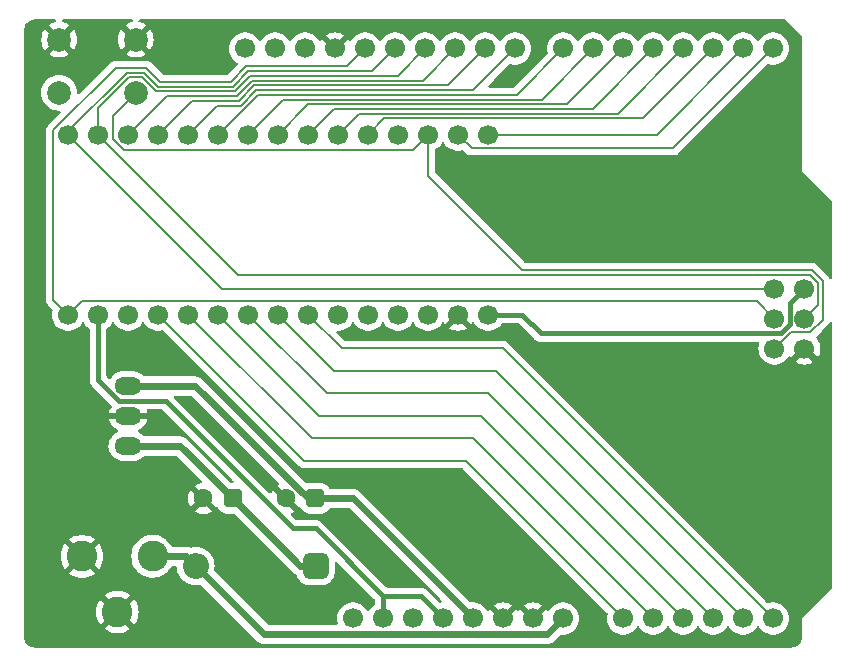
<source format=gbr>
%TF.GenerationSoftware,KiCad,Pcbnew,7.0.1*%
%TF.CreationDate,2023-12-31T00:25:30-05:00*%
%TF.ProjectId,Nano2UNO-Adapter-3V3,4e616e6f-3255-44e4-9f2d-416461707465,1.0.1*%
%TF.SameCoordinates,PX6486dd0PY8062360*%
%TF.FileFunction,Copper,L2,Bot*%
%TF.FilePolarity,Positive*%
%FSLAX46Y46*%
G04 Gerber Fmt 4.6, Leading zero omitted, Abs format (unit mm)*
G04 Created by KiCad (PCBNEW 7.0.1) date 2023-12-31 00:25:30*
%MOMM*%
%LPD*%
G01*
G04 APERTURE LIST*
G04 Aperture macros list*
%AMRoundRect*
0 Rectangle with rounded corners*
0 $1 Rounding radius*
0 $2 $3 $4 $5 $6 $7 $8 $9 X,Y pos of 4 corners*
0 Add a 4 corners polygon primitive as box body*
4,1,4,$2,$3,$4,$5,$6,$7,$8,$9,$2,$3,0*
0 Add four circle primitives for the rounded corners*
1,1,$1+$1,$2,$3*
1,1,$1+$1,$4,$5*
1,1,$1+$1,$6,$7*
1,1,$1+$1,$8,$9*
0 Add four rect primitives between the rounded corners*
20,1,$1+$1,$2,$3,$4,$5,0*
20,1,$1+$1,$4,$5,$6,$7,0*
20,1,$1+$1,$6,$7,$8,$9,0*
20,1,$1+$1,$8,$9,$2,$3,0*%
G04 Aperture macros list end*
%TA.AperFunction,ComponentPad*%
%ADD10C,1.700000*%
%TD*%
%TA.AperFunction,ComponentPad*%
%ADD11RoundRect,0.550000X0.550000X0.550000X-0.550000X0.550000X-0.550000X-0.550000X0.550000X-0.550000X0*%
%TD*%
%TA.AperFunction,ComponentPad*%
%ADD12O,2.200000X2.200000*%
%TD*%
%TA.AperFunction,ComponentPad*%
%ADD13RoundRect,0.400000X0.400000X0.400000X-0.400000X0.400000X-0.400000X-0.400000X0.400000X-0.400000X0*%
%TD*%
%TA.AperFunction,ComponentPad*%
%ADD14C,1.600000*%
%TD*%
%TA.AperFunction,ComponentPad*%
%ADD15C,2.600000*%
%TD*%
%TA.AperFunction,ComponentPad*%
%ADD16O,2.300000X1.500000*%
%TD*%
%TA.AperFunction,ComponentPad*%
%ADD17C,2.000000*%
%TD*%
%TA.AperFunction,Conductor*%
%ADD18C,0.200000*%
%TD*%
%TA.AperFunction,Conductor*%
%ADD19C,0.400000*%
%TD*%
%TA.AperFunction,Conductor*%
%ADD20C,0.600000*%
%TD*%
G04 APERTURE END LIST*
D10*
%TO.P,J3,1,BOOT*%
%TO.N,/~{BOOT}*%
X27940000Y2540000D03*
%TO.P,J3,2,IOREF*%
%TO.N,+3V3*%
X30480000Y2540000D03*
%TO.P,J3,3,RESET*%
%TO.N,/~{RESET}*%
X33020000Y2540000D03*
%TO.P,J3,4,3.3V*%
%TO.N,+3V3*%
X35560000Y2540000D03*
%TO.P,J3,5,5V*%
%TO.N,+5V*%
X38100000Y2540000D03*
%TO.P,J3,6,GND*%
%TO.N,GND*%
X40640000Y2540000D03*
%TO.P,J3,7,GND*%
X43180000Y2540000D03*
%TO.P,J3,8,VIN*%
%TO.N,/VIN*%
X45720000Y2540000D03*
%TD*%
%TO.P,J4,1,A0*%
%TO.N,/A0*%
X50800000Y2540000D03*
%TO.P,J4,2,A1*%
%TO.N,/A1*%
X53340000Y2540000D03*
%TO.P,J4,3,A2*%
%TO.N,/A2*%
X55880000Y2540000D03*
%TO.P,J4,4,A3*%
%TO.N,/A3*%
X58420000Y2540000D03*
%TO.P,J4,5,A4*%
%TO.N,/A4{slash}SDA*%
X60960000Y2540000D03*
%TO.P,J4,6,A5*%
%TO.N,/A5{slash}SCL*%
X63500000Y2540000D03*
%TD*%
%TO.P,J2,1,8*%
%TO.N,/D8*%
X41656000Y50800000D03*
%TO.P,J2,2,9*%
%TO.N,/D9*%
X39116000Y50800000D03*
%TO.P,J2,3,10*%
%TO.N,/D10*%
X36576000Y50800000D03*
%TO.P,J2,4,11*%
%TO.N,/D11{slash}COPI*%
X34036000Y50800000D03*
%TO.P,J2,5,12*%
%TO.N,/D12{slash}CIPO*%
X31496000Y50800000D03*
%TO.P,J2,6,13*%
%TO.N,/D13{slash}SCK*%
X28956000Y50800000D03*
%TO.P,J2,7,GND*%
%TO.N,GND*%
X26416000Y50800000D03*
%TO.P,J2,8,AREF*%
%TO.N,/AREF*%
X23876000Y50800000D03*
%TO.P,J2,9,SDA*%
%TO.N,/A4{slash}SDA*%
X21336000Y50800000D03*
%TO.P,J2,10,SCL*%
%TO.N,/A5{slash}SCL*%
X18796000Y50800000D03*
%TD*%
%TO.P,J1,1,RX\u21900*%
%TO.N,/D0{slash}RX*%
X63500000Y50800000D03*
%TO.P,J1,2,TX\u21921*%
%TO.N,/D1{slash}TX*%
X60960000Y50800000D03*
%TO.P,J1,3,2*%
%TO.N,/D2*%
X58420000Y50800000D03*
%TO.P,J1,4,3*%
%TO.N,/D3*%
X55880000Y50800000D03*
%TO.P,J1,5,4*%
%TO.N,/D4*%
X53340000Y50800000D03*
%TO.P,J1,6,5*%
%TO.N,/D5*%
X50800000Y50800000D03*
%TO.P,J1,7,6*%
%TO.N,/D6*%
X48260000Y50800000D03*
%TO.P,J1,8,7*%
%TO.N,/D7*%
X45720000Y50800000D03*
%TD*%
D11*
%TO.P,D1,1,K*%
%TO.N,Net-(D1-K)*%
X24765000Y6985000D03*
D12*
%TO.P,D1,2,A*%
%TO.N,/VIN*%
X14605000Y6985000D03*
%TD*%
D13*
%TO.P,C2,1*%
%TO.N,+5V*%
X24745000Y12700000D03*
D14*
%TO.P,C2,2*%
%TO.N,GND*%
X22245000Y12700000D03*
%TD*%
D13*
%TO.P,C1,1*%
%TO.N,Net-(D1-K)*%
X17760000Y12700000D03*
D14*
%TO.P,C1,2*%
%TO.N,GND*%
X15260000Y12700000D03*
%TD*%
D10*
%TO.P,J7,1,MISO*%
%TO.N,/D12{slash}CIPO*%
X63622000Y30465000D03*
%TO.P,J7,2,VCC*%
%TO.N,+5V*%
X66162000Y30465000D03*
%TO.P,J7,3,SCK*%
%TO.N,/D13{slash}SCK*%
X63622000Y27925000D03*
%TO.P,J7,4,MOSI*%
%TO.N,/D11{slash}COPI*%
X66162000Y27925000D03*
%TO.P,J7,5,~{RST}*%
%TO.N,/~{RESET}*%
X63622000Y25385000D03*
%TO.P,J7,6,GND*%
%TO.N,GND*%
X66162000Y25385000D03*
%TD*%
D15*
%TO.P,J8,1*%
%TO.N,/VIN*%
X10984000Y7802000D03*
%TO.P,J8,2*%
%TO.N,GND*%
X4984000Y7802000D03*
%TO.P,J8,3*%
X7984000Y3102000D03*
%TD*%
D10*
%TO.P,J5,1,TX1*%
%TO.N,/D1{slash}TX*%
X39370000Y43500000D03*
%TO.P,J5,2,RX0*%
%TO.N,/D0{slash}RX*%
X36830000Y43500000D03*
%TO.P,J5,3,RST*%
%TO.N,/~{RESET}*%
X34290000Y43500000D03*
%TO.P,J5,4,GND*%
%TO.N,GND*%
X31750000Y43500000D03*
%TO.P,J5,5,D2*%
%TO.N,/D2*%
X29210000Y43500000D03*
%TO.P,J5,6,D3*%
%TO.N,/D3*%
X26670000Y43500000D03*
%TO.P,J5,7,D4*%
%TO.N,/D4*%
X24130000Y43500000D03*
%TO.P,J5,8,D5*%
%TO.N,/D5*%
X21590000Y43500000D03*
%TO.P,J5,9,D6*%
%TO.N,/D6*%
X19050000Y43500000D03*
%TO.P,J5,10,D7*%
%TO.N,/D7*%
X16510000Y43500000D03*
%TO.P,J5,11,D8*%
%TO.N,/D8*%
X13970000Y43500000D03*
%TO.P,J5,12,D9*%
%TO.N,/D9*%
X11430000Y43500000D03*
%TO.P,J5,13,D10*%
%TO.N,/D10*%
X8890000Y43500000D03*
%TO.P,J5,14,D11*%
%TO.N,/D11{slash}COPI*%
X6350000Y43500000D03*
%TO.P,J5,15,D12*%
%TO.N,/D12{slash}CIPO*%
X3810000Y43500000D03*
%TD*%
%TO.P,J6,1,D13*%
%TO.N,/D13{slash}SCK*%
X3810000Y28260000D03*
%TO.P,J6,2,3.3V*%
%TO.N,+3V3*%
X6350000Y28260000D03*
%TO.P,J6,3,AREF*%
%TO.N,/AREF*%
X8890000Y28260000D03*
%TO.P,J6,4,A0*%
%TO.N,/A0*%
X11430000Y28260000D03*
%TO.P,J6,5,A1*%
%TO.N,/A1*%
X13970000Y28260000D03*
%TO.P,J6,6,A2*%
%TO.N,/A2*%
X16510000Y28260000D03*
%TO.P,J6,7,A3*%
%TO.N,/A3*%
X19050000Y28260000D03*
%TO.P,J6,8,A4*%
%TO.N,/A4{slash}SDA*%
X21590000Y28260000D03*
%TO.P,J6,9,A5*%
%TO.N,/A5{slash}SCL*%
X24130000Y28260000D03*
%TO.P,J6,10,A6*%
%TO.N,unconnected-(J6-A6-Pad10)*%
X26670000Y28260000D03*
%TO.P,J6,11,A7*%
%TO.N,unconnected-(J6-A7-Pad11)*%
X29210000Y28260000D03*
%TO.P,J6,12,VBUS*%
%TO.N,unconnected-(J6-VBUS-Pad12)*%
X31750000Y28260000D03*
%TO.P,J6,13,RESET*%
%TO.N,/~{BOOT}*%
X34290000Y28260000D03*
%TO.P,J6,14,GND*%
%TO.N,GND*%
X36830000Y28260000D03*
%TO.P,J6,15,VIN*%
%TO.N,+5V*%
X39370000Y28260000D03*
%TD*%
D16*
%TO.P,U1,1,IN*%
%TO.N,Net-(D1-K)*%
X8890000Y17145000D03*
%TO.P,U1,2,GND*%
%TO.N,GND*%
X8890000Y19685000D03*
%TO.P,U1,3,OUT*%
%TO.N,+5V*%
X8890000Y22225000D03*
%TD*%
D17*
%TO.P,SW1,1,1*%
%TO.N,GND*%
X3050000Y51550000D03*
X9550000Y51550000D03*
%TO.P,SW1,2,2*%
%TO.N,/~{RESET}*%
X3050000Y47050000D03*
X9550000Y47050000D03*
%TD*%
D18*
%TO.N,/D1{slash}TX*%
X39370000Y43500000D02*
X53660000Y43500000D01*
X53660000Y43500000D02*
X60960000Y50800000D01*
D19*
%TO.N,+5V*%
X42225000Y28260000D02*
X39370000Y28260000D01*
D20*
X8890000Y22225000D02*
X14585000Y22225000D01*
X14585000Y22225000D02*
X24110000Y12700000D01*
D19*
X66162000Y30465000D02*
X64912000Y29215000D01*
X64912000Y29215000D02*
X64912000Y27447233D01*
D20*
X24110000Y12700000D02*
X24745000Y12700000D01*
D19*
X43815000Y26670000D02*
X42225000Y28260000D01*
X64912000Y27447233D02*
X64134767Y26670000D01*
D20*
X27940000Y12700000D02*
X24745000Y12700000D01*
D19*
X64134767Y26670000D02*
X43815000Y26670000D01*
D20*
X38100000Y2540000D02*
X27940000Y12700000D01*
D18*
%TO.N,/D0{slash}RX*%
X36830000Y43500000D02*
X37980000Y42350000D01*
X55050000Y42350000D02*
X63500000Y50800000D01*
X37980000Y42350000D02*
X55050000Y42350000D01*
%TO.N,/A0*%
X37465000Y15875000D02*
X23815000Y15875000D01*
X50800000Y2540000D02*
X37465000Y15875000D01*
X23815000Y15875000D02*
X11430000Y28260000D01*
%TO.N,/A1*%
X38100000Y17780000D02*
X24450000Y17780000D01*
X24450000Y17780000D02*
X13970000Y28260000D01*
X53340000Y2540000D02*
X38100000Y17780000D01*
%TO.N,/A2*%
X25085000Y19685000D02*
X16510000Y28260000D01*
X38735000Y19685000D02*
X25085000Y19685000D01*
X55880000Y2540000D02*
X38735000Y19685000D01*
%TO.N,/A3*%
X39370000Y21590000D02*
X25720000Y21590000D01*
X58420000Y2540000D02*
X39370000Y21590000D01*
X25720000Y21590000D02*
X19050000Y28260000D01*
%TO.N,/D2*%
X52496000Y44876000D02*
X30586000Y44876000D01*
X30586000Y44876000D02*
X29210000Y43500000D01*
X58420000Y50800000D02*
X52496000Y44876000D01*
%TO.N,/D3*%
X50356000Y45276000D02*
X28446000Y45276000D01*
X28446000Y45276000D02*
X26670000Y43500000D01*
X55880000Y50800000D02*
X50356000Y45276000D01*
%TO.N,/D4*%
X26306000Y45676000D02*
X24130000Y43500000D01*
X48216000Y45676000D02*
X26306000Y45676000D01*
X53340000Y50800000D02*
X48216000Y45676000D01*
%TO.N,/D5*%
X24166000Y46076000D02*
X21590000Y43500000D01*
X46076000Y46076000D02*
X24166000Y46076000D01*
X50800000Y50800000D02*
X46076000Y46076000D01*
%TO.N,/D6*%
X48260000Y50800000D02*
X43936000Y46476000D01*
X22026000Y46476000D02*
X19050000Y43500000D01*
X43936000Y46476000D02*
X22026000Y46476000D01*
%TO.N,/D7*%
X45720000Y50800000D02*
X41796000Y46876000D01*
X19886000Y46876000D02*
X16510000Y43500000D01*
X41796000Y46876000D02*
X19886000Y46876000D01*
%TO.N,/D8*%
X41656000Y50800000D02*
X38132000Y47276000D01*
X16437800Y45967800D02*
X13970000Y43500000D01*
X19720311Y47276000D02*
X18412111Y45967800D01*
X18412111Y45967800D02*
X16437800Y45967800D01*
X38132000Y47276000D02*
X19720311Y47276000D01*
%TO.N,/D9*%
X19554626Y47676000D02*
X18246426Y46367800D01*
X35992000Y47676000D02*
X19554626Y47676000D01*
X39116000Y50800000D02*
X35992000Y47676000D01*
X14297800Y46367800D02*
X11430000Y43500000D01*
X18246426Y46367800D02*
X14297800Y46367800D01*
%TO.N,/D10*%
X19388941Y48076000D02*
X18080741Y46767800D01*
X12157800Y46767800D02*
X8890000Y43500000D01*
X36576000Y50800000D02*
X33852000Y48076000D01*
X18080741Y46767800D02*
X12157800Y46767800D01*
X33852000Y48076000D02*
X19388941Y48076000D01*
%TO.N,/D11{slash}COPI*%
X19223256Y48476000D02*
X17915056Y47167800D01*
X11270678Y47167800D02*
X10076878Y48361600D01*
X66638346Y31615000D02*
X18235000Y31615000D01*
X67312000Y29075000D02*
X67312000Y30941346D01*
X18235000Y31615000D02*
X6350000Y43500000D01*
X17915056Y47167800D02*
X11270678Y47167800D01*
X6350000Y45770800D02*
X6350000Y43500000D01*
X34036000Y50800000D02*
X31712000Y48476000D01*
X31712000Y48476000D02*
X19223256Y48476000D01*
X10076878Y48361600D02*
X8940800Y48361600D01*
X66162000Y27925000D02*
X67312000Y29075000D01*
X8940800Y48361600D02*
X6350000Y45770800D01*
X67312000Y30941346D02*
X66638346Y31615000D01*
%TO.N,/D12{slash}CIPO*%
X29572000Y48876000D02*
X19057570Y48876000D01*
X19057570Y48876000D02*
X17749370Y47567800D01*
X3810000Y43796486D02*
X3810000Y43500000D01*
X16845000Y30465000D02*
X3810000Y43500000D01*
X10242563Y48761600D02*
X8775114Y48761600D01*
X17749370Y47567800D02*
X11436363Y47567800D01*
X11436363Y47567800D02*
X10242563Y48761600D01*
X8775114Y48761600D02*
X3810000Y43796486D01*
X63622000Y30465000D02*
X16845000Y30465000D01*
X31496000Y50800000D02*
X29572000Y48876000D01*
%TO.N,/D13{slash}SCK*%
X18891884Y49276000D02*
X17583684Y47967800D01*
X2540000Y43856346D02*
X2540000Y29530000D01*
X11602048Y47967800D02*
X10408248Y49161600D01*
X27432000Y49276000D02*
X18891884Y49276000D01*
X17583684Y47967800D02*
X11602048Y47967800D01*
X62137000Y29410000D02*
X63622000Y27925000D01*
X4960000Y29410000D02*
X62137000Y29410000D01*
X10408248Y49161600D02*
X7845254Y49161600D01*
X28956000Y50800000D02*
X27432000Y49276000D01*
X7845254Y49161600D02*
X2540000Y43856346D01*
X2540000Y29530000D02*
X3810000Y28260000D01*
X3810000Y28260000D02*
X4960000Y29410000D01*
%TO.N,/A4{slash}SDA*%
X26355000Y23495000D02*
X21590000Y28260000D01*
X60960000Y2540000D02*
X40005000Y23495000D01*
X40005000Y23495000D02*
X26355000Y23495000D01*
%TO.N,/A5{slash}SCL*%
X63500000Y2540000D02*
X40640000Y25400000D01*
X26990000Y25400000D02*
X24130000Y28260000D01*
X40640000Y25400000D02*
X26990000Y25400000D01*
D19*
%TO.N,+3V3*%
X30480000Y4445000D02*
X30480000Y2540000D01*
X6350000Y22738654D02*
X8133654Y20955000D01*
X24765000Y10160000D02*
X30480000Y4445000D01*
X30480000Y4445000D02*
X33655000Y4445000D01*
X12065000Y20955000D02*
X22860000Y10160000D01*
X33655000Y4445000D02*
X35560000Y2540000D01*
X6350000Y28260000D02*
X6350000Y22738654D01*
X22860000Y10160000D02*
X24765000Y10160000D01*
X8133654Y20955000D02*
X12065000Y20955000D01*
D18*
%TO.N,/~{RESET}*%
X34290000Y40005000D02*
X42280000Y32015000D01*
X66804032Y32015000D02*
X67712000Y31107032D01*
X33030200Y42240200D02*
X34290000Y43500000D01*
X67712000Y31107032D02*
X67712000Y27834000D01*
X7620000Y43143654D02*
X8523454Y42240200D01*
X66653000Y26775000D02*
X65012000Y26775000D01*
X7620000Y45120000D02*
X7620000Y43143654D01*
X8523454Y42240200D02*
X33030200Y42240200D01*
X67712000Y27834000D02*
X66653000Y26775000D01*
X42280000Y32015000D02*
X66804032Y32015000D01*
X34290000Y43500000D02*
X34290000Y40005000D01*
X65012000Y26775000D02*
X63622000Y25385000D01*
X9550000Y47050000D02*
X7620000Y45120000D01*
D20*
%TO.N,Net-(D1-K)*%
X13315000Y17145000D02*
X17760000Y12700000D01*
X23475000Y6985000D02*
X24765000Y6985000D01*
X17760000Y12700000D02*
X23475000Y6985000D01*
X8890000Y17145000D02*
X13315000Y17145000D01*
%TO.N,/VIN*%
X20400000Y1190000D02*
X14605000Y6985000D01*
X10984000Y7802000D02*
X13788000Y7802000D01*
X45720000Y2540000D02*
X44370000Y1190000D01*
X44370000Y1190000D02*
X20400000Y1190000D01*
X13788000Y7802000D02*
X14605000Y6985000D01*
%TD*%
%TA.AperFunction,Conductor*%
%TO.N,GND*%
G36*
X2773693Y53249555D02*
G01*
X2818484Y53208321D01*
X2838251Y53150740D01*
X2828231Y53090690D01*
X2790837Y53042646D01*
X2735084Y53018191D01*
X2680507Y53009084D01*
X2445393Y52928369D01*
X2226764Y52810054D01*
X2179942Y52773612D01*
X2179942Y52773610D01*
X3050000Y51903553D01*
X3050001Y51903553D01*
X3920057Y52773610D01*
X3920056Y52773612D01*
X3873235Y52810053D01*
X3654606Y52928369D01*
X3419492Y53009084D01*
X3364916Y53018191D01*
X3309163Y53042646D01*
X3271769Y53090690D01*
X3261749Y53150740D01*
X3281516Y53208321D01*
X3326307Y53249555D01*
X3385325Y53264500D01*
X9214675Y53264500D01*
X9273693Y53249555D01*
X9318484Y53208321D01*
X9338251Y53150740D01*
X9328231Y53090690D01*
X9290837Y53042646D01*
X9235084Y53018191D01*
X9180507Y53009084D01*
X8945393Y52928369D01*
X8726764Y52810054D01*
X8679942Y52773612D01*
X8679942Y52773610D01*
X9550000Y51903553D01*
X9550001Y51903553D01*
X10420057Y52773610D01*
X10420056Y52773612D01*
X10373235Y52810053D01*
X10154606Y52928369D01*
X9919492Y53009084D01*
X9864916Y53018191D01*
X9809163Y53042646D01*
X9771769Y53090690D01*
X9761749Y53150740D01*
X9781516Y53208321D01*
X9826307Y53249555D01*
X9885325Y53264500D01*
X64433365Y53264500D01*
X64480818Y53255061D01*
X64521046Y53228181D01*
X65928181Y51821046D01*
X65955061Y51780818D01*
X65964500Y51733365D01*
X65964500Y40430985D01*
X65961962Y40411713D01*
X65964028Y40388104D01*
X65964500Y40377297D01*
X65964500Y40364884D01*
X65967075Y40353267D01*
X65967182Y40352044D01*
X65971651Y40342459D01*
X65978451Y40334356D01*
X65978452Y40334355D01*
X65979500Y40333750D01*
X66005185Y40314042D01*
X68468181Y37851046D01*
X68495061Y37810818D01*
X68504500Y37763365D01*
X68504500Y31407246D01*
X68486227Y31342456D01*
X68436795Y31296761D01*
X68370771Y31283628D01*
X68307614Y31306928D01*
X68265939Y31359794D01*
X68243524Y31413908D01*
X68170478Y31509103D01*
X68170474Y31509107D01*
X68145987Y31541019D01*
X68120512Y31560567D01*
X68108326Y31571255D01*
X67268257Y32411324D01*
X67257563Y32423518D01*
X67238021Y32448985D01*
X67238019Y32448986D01*
X67238019Y32448987D01*
X67212551Y32468530D01*
X67110908Y32546524D01*
X66962883Y32607838D01*
X66943488Y32610392D01*
X66930927Y32612046D01*
X66835865Y32624561D01*
X66835852Y32624561D01*
X66804032Y32628751D01*
X66772212Y32624561D01*
X66756027Y32623500D01*
X42583411Y32623500D01*
X42535958Y32632939D01*
X42495730Y32659819D01*
X34934819Y40220730D01*
X34907939Y40260958D01*
X34898500Y40308411D01*
X34898500Y42210741D01*
X34915977Y42274214D01*
X34963482Y42319795D01*
X34998360Y42338671D01*
X35035576Y42358811D01*
X35213240Y42497094D01*
X35365722Y42662732D01*
X35456190Y42801205D01*
X35500982Y42842439D01*
X35560000Y42857384D01*
X35619018Y42842439D01*
X35663809Y42801205D01*
X35754278Y42662732D01*
X35906760Y42497094D01*
X36084424Y42358811D01*
X36282426Y42251658D01*
X36495365Y42178556D01*
X36717431Y42141500D01*
X36942569Y42141500D01*
X37164635Y42178556D01*
X37185412Y42185690D01*
X37253625Y42189220D01*
X37313360Y42156091D01*
X37515777Y41953674D01*
X37526472Y41941479D01*
X37546013Y41916012D01*
X37577925Y41891525D01*
X37577928Y41891523D01*
X37577929Y41891522D01*
X37673124Y41818476D01*
X37821149Y41757162D01*
X37980000Y41736249D01*
X38011828Y41740439D01*
X38028013Y41741500D01*
X55001995Y41741500D01*
X55018179Y41740440D01*
X55050000Y41736250D01*
X55081821Y41740440D01*
X55081833Y41740440D01*
X55089884Y41741500D01*
X55089885Y41741500D01*
X55189456Y41754609D01*
X55208851Y41757162D01*
X55356876Y41818476D01*
X55452072Y41891523D01*
X55452072Y41891524D01*
X55468366Y41904026D01*
X55468368Y41904029D01*
X55483987Y41916013D01*
X55503536Y41941491D01*
X55514216Y41953669D01*
X63016640Y49456093D01*
X63076371Y49489219D01*
X63144584Y49485691D01*
X63148051Y49484500D01*
X63165364Y49478556D01*
X63387431Y49441500D01*
X63612569Y49441500D01*
X63834635Y49478556D01*
X64047574Y49551658D01*
X64245576Y49658811D01*
X64423240Y49797094D01*
X64575722Y49962732D01*
X64698860Y50151209D01*
X64789296Y50357384D01*
X64844564Y50575632D01*
X64863156Y50800000D01*
X64844564Y51024368D01*
X64789296Y51242616D01*
X64698860Y51448791D01*
X64575722Y51637268D01*
X64423240Y51802906D01*
X64245576Y51941189D01*
X64047574Y52048342D01*
X64047573Y52048343D01*
X64047572Y52048343D01*
X63834636Y52121444D01*
X63612569Y52158500D01*
X63387431Y52158500D01*
X63165363Y52121444D01*
X62952427Y52048343D01*
X62754424Y51941189D01*
X62576760Y51802906D01*
X62424279Y51637270D01*
X62333809Y51498795D01*
X62289017Y51457562D01*
X62230000Y51442617D01*
X62170983Y51457562D01*
X62126191Y51498795D01*
X62106043Y51529633D01*
X62035722Y51637268D01*
X61883240Y51802906D01*
X61705576Y51941189D01*
X61507574Y52048342D01*
X61507573Y52048343D01*
X61507572Y52048343D01*
X61294636Y52121444D01*
X61072569Y52158500D01*
X60847431Y52158500D01*
X60625363Y52121444D01*
X60412427Y52048343D01*
X60214424Y51941189D01*
X60036760Y51802906D01*
X59884279Y51637270D01*
X59793809Y51498795D01*
X59749017Y51457562D01*
X59690000Y51442617D01*
X59630983Y51457562D01*
X59586191Y51498795D01*
X59566043Y51529633D01*
X59495722Y51637268D01*
X59343240Y51802906D01*
X59165576Y51941189D01*
X58967574Y52048342D01*
X58967573Y52048343D01*
X58967572Y52048343D01*
X58754636Y52121444D01*
X58532569Y52158500D01*
X58307431Y52158500D01*
X58085363Y52121444D01*
X57872427Y52048343D01*
X57674424Y51941189D01*
X57496760Y51802906D01*
X57344279Y51637270D01*
X57253809Y51498795D01*
X57209017Y51457562D01*
X57150000Y51442617D01*
X57090983Y51457562D01*
X57046191Y51498795D01*
X57026043Y51529633D01*
X56955722Y51637268D01*
X56803240Y51802906D01*
X56625576Y51941189D01*
X56427574Y52048342D01*
X56427573Y52048343D01*
X56427572Y52048343D01*
X56214636Y52121444D01*
X55992569Y52158500D01*
X55767431Y52158500D01*
X55545363Y52121444D01*
X55332427Y52048343D01*
X55134424Y51941189D01*
X54956760Y51802906D01*
X54804279Y51637270D01*
X54713809Y51498795D01*
X54669017Y51457562D01*
X54610000Y51442617D01*
X54550983Y51457562D01*
X54506191Y51498795D01*
X54486043Y51529633D01*
X54415722Y51637268D01*
X54263240Y51802906D01*
X54085576Y51941189D01*
X53887574Y52048342D01*
X53887573Y52048343D01*
X53887572Y52048343D01*
X53674636Y52121444D01*
X53452569Y52158500D01*
X53227431Y52158500D01*
X53005363Y52121444D01*
X52792427Y52048343D01*
X52594424Y51941189D01*
X52416760Y51802906D01*
X52264279Y51637270D01*
X52173809Y51498795D01*
X52129017Y51457562D01*
X52070000Y51442617D01*
X52010983Y51457562D01*
X51966191Y51498795D01*
X51946043Y51529633D01*
X51875722Y51637268D01*
X51723240Y51802906D01*
X51545576Y51941189D01*
X51347574Y52048342D01*
X51347573Y52048343D01*
X51347572Y52048343D01*
X51134636Y52121444D01*
X50912569Y52158500D01*
X50687431Y52158500D01*
X50465363Y52121444D01*
X50252427Y52048343D01*
X50054424Y51941189D01*
X49876760Y51802906D01*
X49724279Y51637270D01*
X49633809Y51498795D01*
X49589017Y51457562D01*
X49530000Y51442617D01*
X49470983Y51457562D01*
X49426191Y51498795D01*
X49406043Y51529633D01*
X49335722Y51637268D01*
X49183240Y51802906D01*
X49005576Y51941189D01*
X48807574Y52048342D01*
X48807573Y52048343D01*
X48807572Y52048343D01*
X48594636Y52121444D01*
X48372569Y52158500D01*
X48147431Y52158500D01*
X47925363Y52121444D01*
X47712427Y52048343D01*
X47514424Y51941189D01*
X47336760Y51802906D01*
X47184279Y51637270D01*
X47093809Y51498795D01*
X47049017Y51457562D01*
X46990000Y51442617D01*
X46930983Y51457562D01*
X46886191Y51498795D01*
X46866043Y51529633D01*
X46795722Y51637268D01*
X46643240Y51802906D01*
X46465576Y51941189D01*
X46267574Y52048342D01*
X46267573Y52048343D01*
X46267572Y52048343D01*
X46054636Y52121444D01*
X45832569Y52158500D01*
X45607431Y52158500D01*
X45385363Y52121444D01*
X45172427Y52048343D01*
X44974424Y51941189D01*
X44796760Y51802906D01*
X44644279Y51637270D01*
X44521138Y51448789D01*
X44450000Y51286607D01*
X44430704Y51242616D01*
X44408150Y51153553D01*
X44375435Y51024364D01*
X44356843Y50800001D01*
X44375435Y50575637D01*
X44410605Y50436752D01*
X44409950Y50373394D01*
X44378080Y50318631D01*
X41580270Y47520819D01*
X41540042Y47493939D01*
X41492589Y47484500D01*
X39500411Y47484500D01*
X39444116Y47498015D01*
X39400093Y47535615D01*
X39377938Y47589102D01*
X39382480Y47646818D01*
X39412730Y47696181D01*
X39836518Y48119969D01*
X41172640Y49456093D01*
X41232371Y49489219D01*
X41300584Y49485691D01*
X41304051Y49484500D01*
X41321364Y49478556D01*
X41543431Y49441500D01*
X41768569Y49441500D01*
X41990635Y49478556D01*
X42203574Y49551658D01*
X42401576Y49658811D01*
X42579240Y49797094D01*
X42731722Y49962732D01*
X42854860Y50151209D01*
X42945296Y50357384D01*
X43000564Y50575632D01*
X43019156Y50800000D01*
X43000564Y51024368D01*
X42945296Y51242616D01*
X42854860Y51448791D01*
X42731722Y51637268D01*
X42579240Y51802906D01*
X42401576Y51941189D01*
X42203574Y52048342D01*
X42203573Y52048343D01*
X42203572Y52048343D01*
X41990636Y52121444D01*
X41768569Y52158500D01*
X41543431Y52158500D01*
X41321363Y52121444D01*
X41108427Y52048343D01*
X40910424Y51941189D01*
X40732760Y51802906D01*
X40580279Y51637270D01*
X40489809Y51498795D01*
X40445017Y51457562D01*
X40386000Y51442617D01*
X40326983Y51457562D01*
X40282191Y51498795D01*
X40262043Y51529633D01*
X40191722Y51637268D01*
X40039240Y51802906D01*
X39861576Y51941189D01*
X39663574Y52048342D01*
X39663573Y52048343D01*
X39663572Y52048343D01*
X39450636Y52121444D01*
X39228569Y52158500D01*
X39003431Y52158500D01*
X38781363Y52121444D01*
X38568427Y52048343D01*
X38370424Y51941189D01*
X38192760Y51802906D01*
X38040279Y51637270D01*
X37949809Y51498795D01*
X37905017Y51457562D01*
X37846000Y51442617D01*
X37786983Y51457562D01*
X37742191Y51498795D01*
X37722043Y51529633D01*
X37651722Y51637268D01*
X37499240Y51802906D01*
X37321576Y51941189D01*
X37123574Y52048342D01*
X37123573Y52048343D01*
X37123572Y52048343D01*
X36910636Y52121444D01*
X36688569Y52158500D01*
X36463431Y52158500D01*
X36241363Y52121444D01*
X36028427Y52048343D01*
X35830424Y51941189D01*
X35652760Y51802906D01*
X35500279Y51637270D01*
X35409809Y51498795D01*
X35365017Y51457562D01*
X35306000Y51442617D01*
X35246983Y51457562D01*
X35202191Y51498795D01*
X35182043Y51529633D01*
X35111722Y51637268D01*
X34959240Y51802906D01*
X34781576Y51941189D01*
X34583574Y52048342D01*
X34583573Y52048343D01*
X34583572Y52048343D01*
X34370636Y52121444D01*
X34148569Y52158500D01*
X33923431Y52158500D01*
X33701363Y52121444D01*
X33488427Y52048343D01*
X33290424Y51941189D01*
X33112760Y51802906D01*
X32960279Y51637270D01*
X32869809Y51498795D01*
X32825017Y51457562D01*
X32766000Y51442617D01*
X32706983Y51457562D01*
X32662191Y51498795D01*
X32642043Y51529633D01*
X32571722Y51637268D01*
X32419240Y51802906D01*
X32241576Y51941189D01*
X32043574Y52048342D01*
X32043573Y52048343D01*
X32043572Y52048343D01*
X31830636Y52121444D01*
X31608569Y52158500D01*
X31383431Y52158500D01*
X31161363Y52121444D01*
X30948427Y52048343D01*
X30750424Y51941189D01*
X30572760Y51802906D01*
X30420279Y51637270D01*
X30329809Y51498795D01*
X30285017Y51457562D01*
X30226000Y51442617D01*
X30166983Y51457562D01*
X30122191Y51498795D01*
X30102043Y51529633D01*
X30031722Y51637268D01*
X29879240Y51802906D01*
X29701576Y51941189D01*
X29503574Y52048342D01*
X29503573Y52048343D01*
X29503572Y52048343D01*
X29290636Y52121444D01*
X29068569Y52158500D01*
X28843431Y52158500D01*
X28621363Y52121444D01*
X28408427Y52048343D01*
X28210424Y51941189D01*
X28032760Y51802906D01*
X27880275Y51637266D01*
X27786250Y51493351D01*
X27742333Y51452596D01*
X27684435Y51437189D01*
X27626070Y51450727D01*
X27580867Y51490050D01*
X27530925Y51561374D01*
X27530925Y51561375D01*
X26503680Y50534129D01*
X26448093Y50502035D01*
X26383905Y50502035D01*
X26328318Y50534129D01*
X25301073Y51561374D01*
X25251133Y51490050D01*
X25205929Y51450727D01*
X25147565Y51437188D01*
X25089665Y51452595D01*
X25045748Y51493351D01*
X24951723Y51637268D01*
X24875480Y51720088D01*
X24799240Y51802906D01*
X24655316Y51914928D01*
X25654625Y51914928D01*
X26416000Y51153553D01*
X26416001Y51153553D01*
X27177373Y51914927D01*
X27177373Y51914928D01*
X27093580Y51973600D01*
X26879492Y52073431D01*
X26651318Y52134570D01*
X26415999Y52155158D01*
X26180681Y52134570D01*
X25952507Y52073431D01*
X25738422Y51973601D01*
X25654625Y51914928D01*
X24655316Y51914928D01*
X24621576Y51941189D01*
X24423574Y52048342D01*
X24423573Y52048343D01*
X24423572Y52048343D01*
X24210636Y52121444D01*
X23988569Y52158500D01*
X23763431Y52158500D01*
X23541363Y52121444D01*
X23328427Y52048343D01*
X23130424Y51941189D01*
X22952760Y51802906D01*
X22800279Y51637270D01*
X22709809Y51498795D01*
X22665017Y51457562D01*
X22606000Y51442617D01*
X22546983Y51457562D01*
X22502191Y51498795D01*
X22482043Y51529633D01*
X22411722Y51637268D01*
X22259240Y51802906D01*
X22081576Y51941189D01*
X21883574Y52048342D01*
X21883573Y52048343D01*
X21883572Y52048343D01*
X21670636Y52121444D01*
X21448569Y52158500D01*
X21223431Y52158500D01*
X21001363Y52121444D01*
X20788427Y52048343D01*
X20590424Y51941189D01*
X20412760Y51802906D01*
X20260279Y51637270D01*
X20169809Y51498795D01*
X20125017Y51457562D01*
X20066000Y51442617D01*
X20006983Y51457562D01*
X19962191Y51498795D01*
X19942043Y51529633D01*
X19871722Y51637268D01*
X19719240Y51802906D01*
X19541576Y51941189D01*
X19343574Y52048342D01*
X19343573Y52048343D01*
X19343572Y52048343D01*
X19130636Y52121444D01*
X18908569Y52158500D01*
X18683431Y52158500D01*
X18461363Y52121444D01*
X18248427Y52048343D01*
X18050424Y51941189D01*
X17872760Y51802906D01*
X17720279Y51637270D01*
X17597138Y51448789D01*
X17526000Y51286607D01*
X17506704Y51242616D01*
X17484150Y51153553D01*
X17451435Y51024364D01*
X17432843Y50800000D01*
X17451435Y50575637D01*
X17451435Y50575634D01*
X17451436Y50575632D01*
X17503901Y50368451D01*
X17506705Y50357382D01*
X17597138Y50151212D01*
X17597140Y50151209D01*
X17720278Y49962732D01*
X17872760Y49797094D01*
X18050424Y49658811D01*
X18140176Y49610240D01*
X18182813Y49572193D01*
X18203861Y49519064D01*
X18198848Y49462137D01*
X18168838Y49413505D01*
X17367954Y48612619D01*
X17327726Y48585739D01*
X17280273Y48576300D01*
X11905459Y48576300D01*
X11858006Y48585739D01*
X11817778Y48612619D01*
X10872473Y49557924D01*
X10861779Y49570118D01*
X10842237Y49595585D01*
X10842235Y49595586D01*
X10842235Y49595587D01*
X10816767Y49615130D01*
X10715124Y49693124D01*
X10567099Y49754438D01*
X10547704Y49756992D01*
X10535143Y49758646D01*
X10440081Y49771161D01*
X10440068Y49771161D01*
X10408248Y49775351D01*
X10376428Y49771161D01*
X10360243Y49770100D01*
X7893259Y49770100D01*
X7877074Y49771161D01*
X7845254Y49775351D01*
X7813434Y49771161D01*
X7813420Y49771161D01*
X7716950Y49758461D01*
X7705797Y49756992D01*
X7705786Y49756992D01*
X7686403Y49754439D01*
X7538378Y49693125D01*
X7443181Y49620077D01*
X7411265Y49595586D01*
X7391720Y49570116D01*
X7381029Y49557926D01*
X4774358Y46951255D01*
X4723137Y46920418D01*
X4663441Y46917133D01*
X4609146Y46942164D01*
X4572875Y46989692D01*
X4564449Y47040312D01*
X4563930Y47040271D01*
X4563457Y47046273D01*
X4563059Y47048664D01*
X4563165Y47050000D01*
X4544535Y47286711D01*
X4489105Y47517594D01*
X4398240Y47736963D01*
X4274176Y47939416D01*
X4119969Y48119969D01*
X3939416Y48274176D01*
X3736963Y48398240D01*
X3619685Y48446818D01*
X3517593Y48489106D01*
X3286712Y48544535D01*
X3050000Y48563165D01*
X2813287Y48544535D01*
X2582406Y48489106D01*
X2363035Y48398239D01*
X2160585Y48274177D01*
X1980031Y48119969D01*
X1825823Y47939415D01*
X1701761Y47736965D01*
X1610894Y47517594D01*
X1555465Y47286713D01*
X1555465Y47286711D01*
X1536835Y47050000D01*
X1537601Y47040271D01*
X1555465Y46813288D01*
X1610894Y46582407D01*
X1643395Y46503944D01*
X1701760Y46363037D01*
X1825824Y46160584D01*
X1980031Y45980031D01*
X2160584Y45825824D01*
X2363037Y45701760D01*
X2582406Y45610895D01*
X2813289Y45555465D01*
X3050000Y45536835D01*
X3051336Y45536941D01*
X3053727Y45536543D01*
X3059729Y45536070D01*
X3059688Y45535551D01*
X3110308Y45527125D01*
X3157836Y45490854D01*
X3182867Y45436559D01*
X3179582Y45376863D01*
X3148745Y45325642D01*
X2143671Y44320568D01*
X2131478Y44309875D01*
X2106014Y44290336D01*
X2081522Y44258417D01*
X2081523Y44258419D01*
X2008475Y44163223D01*
X1966964Y44063005D01*
X1947162Y44015198D01*
X1930439Y43888172D01*
X1930439Y43888166D01*
X1926249Y43856346D01*
X1930439Y43824526D01*
X1931500Y43808341D01*
X1931500Y29578005D01*
X1930439Y29561820D01*
X1926249Y29530000D01*
X1930439Y29498180D01*
X1930439Y29498174D01*
X1939766Y29427330D01*
X1939766Y29427329D01*
X1947162Y29371149D01*
X2008474Y29223127D01*
X2008475Y29223125D01*
X2008476Y29223124D01*
X2046675Y29173342D01*
X2081525Y29127926D01*
X2081526Y29127925D01*
X2106012Y29096013D01*
X2131478Y29076473D01*
X2143673Y29065778D01*
X2468080Y28741371D01*
X2499950Y28686608D01*
X2500605Y28623250D01*
X2465435Y28484365D01*
X2446843Y28260001D01*
X2465435Y28035637D01*
X2465435Y28035634D01*
X2465436Y28035632D01*
X2516496Y27834000D01*
X2520705Y27817382D01*
X2611138Y27611212D01*
X2611140Y27611209D01*
X2734278Y27422732D01*
X2886760Y27257094D01*
X3064424Y27118811D01*
X3262426Y27011658D01*
X3475365Y26938556D01*
X3697431Y26901500D01*
X3922569Y26901500D01*
X4144635Y26938556D01*
X4357574Y27011658D01*
X4555576Y27118811D01*
X4733240Y27257094D01*
X4885722Y27422732D01*
X4976192Y27561207D01*
X5020981Y27602438D01*
X5079998Y27617384D01*
X5139016Y27602439D01*
X5183807Y27561206D01*
X5274275Y27422735D01*
X5426760Y27257094D01*
X5593663Y27127186D01*
X5628901Y27083793D01*
X5641500Y27029333D01*
X5641500Y22763817D01*
X5641274Y22756330D01*
X5637597Y22695559D01*
X5648569Y22635684D01*
X5649696Y22628285D01*
X5657035Y22567852D01*
X5660713Y22558154D01*
X5666738Y22536543D01*
X5668611Y22526325D01*
X5693597Y22470806D01*
X5696463Y22463888D01*
X5718047Y22406977D01*
X5723941Y22398438D01*
X5734964Y22378894D01*
X5739224Y22369429D01*
X5776761Y22321517D01*
X5781200Y22315484D01*
X5815782Y22265384D01*
X5815784Y22265382D01*
X5815785Y22265381D01*
X5861370Y22224996D01*
X5866805Y22219879D01*
X7481115Y20605569D01*
X7510779Y20557966D01*
X7516433Y20502163D01*
X7496921Y20449577D01*
X7384806Y20279729D01*
X7296374Y20072834D01*
X7264915Y19935001D01*
X7264916Y19935000D01*
X10517550Y19935000D01*
X10517551Y19935002D01*
X10513585Y19964273D01*
X10474625Y20084182D01*
X10470083Y20141898D01*
X10492238Y20195386D01*
X10536261Y20232985D01*
X10592556Y20246500D01*
X11720168Y20246500D01*
X11767621Y20237061D01*
X11807849Y20210181D01*
X17797848Y14220181D01*
X17828098Y14170818D01*
X17832640Y14113102D01*
X17810485Y14059615D01*
X17766462Y14022015D01*
X17710167Y14008500D01*
X17646254Y14008500D01*
X17598801Y14017939D01*
X17558573Y14044819D01*
X13854588Y17748804D01*
X13822282Y17781111D01*
X13789490Y17801715D01*
X13778149Y17809762D01*
X13747869Y17833910D01*
X13712975Y17850714D01*
X13700806Y17857440D01*
X13668016Y17878043D01*
X13631457Y17890836D01*
X13618612Y17896157D01*
X13583719Y17912961D01*
X13545957Y17921580D01*
X13532603Y17925426D01*
X13496047Y17938217D01*
X13496045Y17938218D01*
X13496043Y17938218D01*
X13457561Y17942554D01*
X13443855Y17944883D01*
X13406099Y17953500D01*
X13406097Y17953500D01*
X13360406Y17953500D01*
X10314640Y17953500D01*
X10260838Y17965780D01*
X10217693Y18000188D01*
X10203315Y18018217D01*
X10032717Y18167264D01*
X9838251Y18283453D01*
X9785225Y18303354D01*
X9737645Y18335378D01*
X9709565Y18385387D01*
X9706992Y18442683D01*
X9730477Y18495007D01*
X9774995Y18531167D01*
X9933712Y18607601D01*
X10115745Y18739856D01*
X10271241Y18902492D01*
X10395193Y19090272D01*
X10483625Y19297167D01*
X10515084Y19435000D01*
X7262450Y19435000D01*
X7262448Y19434999D01*
X7266414Y19405728D01*
X7335944Y19191735D01*
X7442569Y18993593D01*
X7582853Y18817682D01*
X7752299Y18669641D01*
X7945451Y18554238D01*
X7994359Y18535882D01*
X8041938Y18503858D01*
X8070019Y18453849D01*
X8072592Y18396554D01*
X8049107Y18344229D01*
X8004589Y18308069D01*
X7841909Y18229728D01*
X7706506Y18131351D01*
X7658637Y18096571D01*
X7658635Y18096570D01*
X7658635Y18096569D01*
X7502087Y17932835D01*
X7377291Y17743775D01*
X7288256Y17535470D01*
X7237849Y17314616D01*
X7227684Y17088311D01*
X7258093Y16863826D01*
X7305351Y16718384D01*
X7328097Y16648379D01*
X7425250Y16467838D01*
X7435446Y16448891D01*
X7567326Y16283518D01*
X7576686Y16271782D01*
X7747282Y16122737D01*
X7941750Y16006547D01*
X8153838Y15926949D01*
X8376731Y15886500D01*
X8376733Y15886500D01*
X9346520Y15886500D01*
X9346522Y15886500D01*
X9515622Y15901719D01*
X9733993Y15961986D01*
X9832539Y16009444D01*
X9938090Y16060273D01*
X9938093Y16060275D01*
X10121363Y16193429D01*
X10221526Y16298192D01*
X10262418Y16326521D01*
X10311153Y16336500D01*
X12928746Y16336500D01*
X12976199Y16327061D01*
X13016427Y16300181D01*
X15119453Y14197155D01*
X15152832Y14136314D01*
X15148295Y14067066D01*
X15107262Y14011101D01*
X15042585Y13985946D01*
X15033397Y13985142D01*
X14813672Y13926267D01*
X14607516Y13830135D01*
X14534526Y13779027D01*
X16339025Y11974528D01*
X16355575Y11975976D01*
X16365608Y11984469D01*
X16427642Y11996248D01*
X16487434Y11975953D01*
X16529479Y11928846D01*
X16593871Y11802470D01*
X16714055Y11654055D01*
X16862470Y11533871D01*
X17032629Y11447171D01*
X17217096Y11397743D01*
X17296419Y11391500D01*
X17873745Y11391501D01*
X17921198Y11382062D01*
X17961426Y11355182D01*
X22838888Y6477720D01*
X22838889Y6477719D01*
X22967719Y6348889D01*
X23000524Y6328277D01*
X23011834Y6320252D01*
X23042131Y6296091D01*
X23077029Y6279286D01*
X23089178Y6272572D01*
X23121985Y6251957D01*
X23121988Y6251956D01*
X23133817Y6244523D01*
X23132165Y6241895D01*
X23158544Y6224936D01*
X23187707Y6175105D01*
X23232340Y6027970D01*
X23250765Y5993500D01*
X23330631Y5844083D01*
X23462906Y5682906D01*
X23624083Y5550631D01*
X23807969Y5452341D01*
X24007498Y5391815D01*
X24162995Y5376500D01*
X25367004Y5376501D01*
X25522502Y5391815D01*
X25722031Y5452341D01*
X25905917Y5550631D01*
X26067094Y5682906D01*
X26199369Y5844083D01*
X26297659Y6027969D01*
X26358185Y6227498D01*
X26373500Y6382995D01*
X26373499Y7250171D01*
X26387014Y7306464D01*
X26424614Y7350487D01*
X26478101Y7372642D01*
X26535817Y7368100D01*
X26585180Y7337850D01*
X29735181Y4187849D01*
X29762061Y4147621D01*
X29771500Y4100168D01*
X29771500Y3770667D01*
X29758901Y3716207D01*
X29723663Y3672814D01*
X29556760Y3542907D01*
X29404279Y3377270D01*
X29313809Y3238795D01*
X29269017Y3197562D01*
X29210000Y3182617D01*
X29150983Y3197562D01*
X29106191Y3238795D01*
X29015723Y3377266D01*
X29015722Y3377268D01*
X28863240Y3542906D01*
X28685576Y3681189D01*
X28487574Y3788342D01*
X28487573Y3788343D01*
X28487572Y3788343D01*
X28274636Y3861444D01*
X28052569Y3898500D01*
X27827431Y3898500D01*
X27605363Y3861444D01*
X27392427Y3788343D01*
X27194424Y3681189D01*
X27016760Y3542906D01*
X26864279Y3377270D01*
X26741138Y3188789D01*
X26670000Y3026607D01*
X26650704Y2982616D01*
X26595436Y2764368D01*
X26595435Y2764364D01*
X26576843Y2540001D01*
X26595434Y2315639D01*
X26595436Y2315632D01*
X26636636Y2152937D01*
X26637791Y2097054D01*
X26614284Y2046338D01*
X26570890Y2011100D01*
X26516430Y1998500D01*
X20786254Y1998500D01*
X20738801Y2007939D01*
X20698573Y2034819D01*
X16209416Y6523976D01*
X16177752Y6577999D01*
X16176523Y6640605D01*
X16198609Y6732597D01*
X16218474Y6985000D01*
X16198609Y7237403D01*
X16139505Y7483591D01*
X16042616Y7717502D01*
X15910328Y7933376D01*
X15745898Y8125898D01*
X15553376Y8290328D01*
X15337502Y8422616D01*
X15220546Y8471061D01*
X15103590Y8519506D01*
X14857404Y8578609D01*
X14605000Y8598474D01*
X14352595Y8578609D01*
X14188739Y8539271D01*
X14153531Y8536003D01*
X14118833Y8542805D01*
X14104454Y8547837D01*
X14091612Y8553157D01*
X14056719Y8569961D01*
X14018957Y8578580D01*
X14005603Y8582426D01*
X13969047Y8595217D01*
X13969045Y8595218D01*
X13969043Y8595218D01*
X13930561Y8599554D01*
X13916855Y8601883D01*
X13879099Y8610500D01*
X13879097Y8610500D01*
X13833406Y8610500D01*
X12677079Y8610500D01*
X12615079Y8627113D01*
X12569692Y8672500D01*
X12554911Y8698102D01*
X12482443Y8823621D01*
X12313442Y9035542D01*
X12313438Y9035546D01*
X12114749Y9219903D01*
X12096859Y9232100D01*
X11890786Y9372599D01*
X11646572Y9490206D01*
X11566676Y9514851D01*
X11387557Y9570102D01*
X11119529Y9610500D01*
X11119528Y9610500D01*
X10848472Y9610500D01*
X10848471Y9610500D01*
X10580442Y9570102D01*
X10321428Y9490206D01*
X10077217Y9372601D01*
X9853255Y9219906D01*
X9654558Y9035542D01*
X9485556Y8823620D01*
X9350028Y8588878D01*
X9251001Y8336562D01*
X9190684Y8072298D01*
X9170428Y7802000D01*
X9190684Y7531703D01*
X9251001Y7267439D01*
X9348576Y7018822D01*
X9350029Y7015121D01*
X9485557Y6780379D01*
X9654558Y6568458D01*
X9853257Y6384093D01*
X10077215Y6231401D01*
X10321428Y6113794D01*
X10553502Y6042209D01*
X10580442Y6033899D01*
X10848471Y5993500D01*
X10848472Y5993500D01*
X11119528Y5993500D01*
X11119529Y5993500D01*
X11253542Y6013700D01*
X11387558Y6033899D01*
X11646572Y6113794D01*
X11890786Y6231401D01*
X12114743Y6384093D01*
X12114746Y6384097D01*
X12114749Y6384098D01*
X12225015Y6486410D01*
X12313442Y6568458D01*
X12482443Y6780379D01*
X12569692Y6931501D01*
X12615079Y6976887D01*
X12677079Y6993500D01*
X12876233Y6993500D01*
X12935401Y6978473D01*
X12980228Y6937035D01*
X12999851Y6879229D01*
X13011391Y6732596D01*
X13070494Y6486410D01*
X13112875Y6384095D01*
X13167384Y6252498D01*
X13299672Y6036624D01*
X13464102Y5844102D01*
X13656624Y5679672D01*
X13872498Y5547384D01*
X14106409Y5450495D01*
X14352597Y5391391D01*
X14605000Y5371526D01*
X14857403Y5391391D01*
X14949396Y5413477D01*
X15012001Y5412248D01*
X15066024Y5380584D01*
X19763888Y682720D01*
X19763889Y682719D01*
X19892719Y553889D01*
X19925524Y533277D01*
X19936834Y525252D01*
X19967131Y501091D01*
X20002029Y484286D01*
X20014178Y477572D01*
X20046985Y456957D01*
X20083546Y444164D01*
X20096389Y438844D01*
X20131280Y422041D01*
X20169051Y413421D01*
X20182387Y409579D01*
X20218953Y396783D01*
X20257452Y392446D01*
X20271133Y390121D01*
X20294297Y384833D01*
X20308903Y381499D01*
X20308904Y381499D01*
X20491097Y381499D01*
X20506358Y381499D01*
X20506366Y381500D01*
X44461097Y381500D01*
X44498859Y390120D01*
X44512548Y392447D01*
X44551047Y396783D01*
X44587624Y409583D01*
X44600942Y413419D01*
X44638720Y422041D01*
X44673615Y438847D01*
X44686449Y444164D01*
X44723015Y456957D01*
X44755817Y477570D01*
X44767961Y484281D01*
X44802870Y501091D01*
X44833153Y525243D01*
X44844478Y533279D01*
X44877281Y553889D01*
X45006111Y682719D01*
X45006111Y682720D01*
X45474423Y1151033D01*
X45524273Y1181439D01*
X45582509Y1185659D01*
X45607431Y1181500D01*
X45832569Y1181500D01*
X46054635Y1218556D01*
X46267574Y1291658D01*
X46465576Y1398811D01*
X46643240Y1537094D01*
X46795722Y1702732D01*
X46918860Y1891209D01*
X47009296Y2097384D01*
X47064564Y2315632D01*
X47083156Y2540000D01*
X47064564Y2764368D01*
X47009296Y2982616D01*
X46918860Y3188791D01*
X46795722Y3377268D01*
X46643240Y3542906D01*
X46465576Y3681189D01*
X46267574Y3788342D01*
X46267573Y3788343D01*
X46267572Y3788343D01*
X46054636Y3861444D01*
X45832569Y3898500D01*
X45607431Y3898500D01*
X45385363Y3861444D01*
X45172427Y3788343D01*
X44974424Y3681189D01*
X44796760Y3542906D01*
X44644275Y3377266D01*
X44550250Y3233351D01*
X44506333Y3192596D01*
X44448435Y3177189D01*
X44390070Y3190727D01*
X44344867Y3230050D01*
X44294925Y3301374D01*
X44294925Y3301375D01*
X43267680Y2274129D01*
X43212093Y2242035D01*
X43147905Y2242035D01*
X43092318Y2274129D01*
X42065072Y3301375D01*
X42065072Y3301374D01*
X42011574Y3224970D01*
X41967256Y3186104D01*
X41909999Y3172093D01*
X41852742Y3186104D01*
X41808424Y3224970D01*
X41754925Y3301374D01*
X41754925Y3301375D01*
X40727680Y2274129D01*
X40672093Y2242035D01*
X40607905Y2242035D01*
X40552318Y2274129D01*
X39525073Y3301374D01*
X39475133Y3230050D01*
X39429929Y3190727D01*
X39371565Y3177188D01*
X39313665Y3192595D01*
X39269748Y3233351D01*
X39175723Y3377268D01*
X39099481Y3460087D01*
X39023240Y3542906D01*
X38879316Y3654928D01*
X39878625Y3654928D01*
X40640000Y2893553D01*
X40640001Y2893553D01*
X41401373Y3654927D01*
X41401373Y3654928D01*
X42418625Y3654928D01*
X43180000Y2893553D01*
X43180001Y2893553D01*
X43941373Y3654927D01*
X43941373Y3654928D01*
X43857580Y3713600D01*
X43643492Y3813431D01*
X43415318Y3874570D01*
X43180000Y3895158D01*
X42944681Y3874570D01*
X42716507Y3813431D01*
X42502422Y3713601D01*
X42418625Y3654928D01*
X41401373Y3654928D01*
X41317580Y3713600D01*
X41103492Y3813431D01*
X40875318Y3874570D01*
X40640000Y3895158D01*
X40404681Y3874570D01*
X40176507Y3813431D01*
X39962422Y3713601D01*
X39878625Y3654928D01*
X38879316Y3654928D01*
X38845576Y3681189D01*
X38647574Y3788342D01*
X38647573Y3788343D01*
X38647572Y3788343D01*
X38434636Y3861444D01*
X38212569Y3898500D01*
X37987431Y3898500D01*
X37962511Y3894342D01*
X37904272Y3898563D01*
X37854422Y3928970D01*
X28479588Y13303804D01*
X28447282Y13336111D01*
X28414490Y13356715D01*
X28403149Y13364762D01*
X28372869Y13388910D01*
X28337975Y13405714D01*
X28325806Y13412440D01*
X28293016Y13433043D01*
X28256457Y13445836D01*
X28243612Y13451157D01*
X28208719Y13467961D01*
X28170957Y13476580D01*
X28157603Y13480426D01*
X28121047Y13493217D01*
X28121045Y13493218D01*
X28121043Y13493218D01*
X28082561Y13497554D01*
X28068855Y13499883D01*
X28031099Y13508500D01*
X28031097Y13508500D01*
X27985406Y13508500D01*
X26032479Y13508500D01*
X25967689Y13526773D01*
X25921994Y13576206D01*
X25911129Y13597530D01*
X25790945Y13745945D01*
X25642530Y13866129D01*
X25635380Y13869772D01*
X25472370Y13952830D01*
X25337331Y13989014D01*
X25287904Y14002257D01*
X25208581Y14008500D01*
X25208577Y14008500D01*
X24281421Y14008500D01*
X24202095Y14002257D01*
X24073320Y13967752D01*
X24009133Y13967752D01*
X23953546Y13999846D01*
X15124587Y22828805D01*
X15092282Y22861111D01*
X15059490Y22881715D01*
X15048149Y22889762D01*
X15017869Y22913910D01*
X14982975Y22930714D01*
X14970806Y22937440D01*
X14938016Y22958043D01*
X14901457Y22970836D01*
X14888612Y22976157D01*
X14853719Y22992961D01*
X14815957Y23001580D01*
X14802603Y23005426D01*
X14766047Y23018217D01*
X14766045Y23018218D01*
X14766043Y23018218D01*
X14727561Y23022554D01*
X14713855Y23024883D01*
X14676099Y23033500D01*
X14676097Y23033500D01*
X14630406Y23033500D01*
X10314640Y23033500D01*
X10260838Y23045780D01*
X10217693Y23080188D01*
X10203315Y23098217D01*
X10032717Y23247264D01*
X9838249Y23363454D01*
X9626161Y23443052D01*
X9403269Y23483500D01*
X9403267Y23483500D01*
X8433478Y23483500D01*
X8365837Y23477413D01*
X8264375Y23468281D01*
X8046005Y23408014D01*
X7841909Y23309728D01*
X7706506Y23211351D01*
X7658637Y23176571D01*
X7658635Y23176570D01*
X7658635Y23176569D01*
X7502089Y23012836D01*
X7417091Y22884070D01*
X7377799Y22846293D01*
X7326104Y22829014D01*
X7271993Y22835572D01*
X7225923Y22864701D01*
X7094819Y22995805D01*
X7067939Y23036033D01*
X7058500Y23083486D01*
X7058500Y27029333D01*
X7071099Y27083793D01*
X7106337Y27127186D01*
X7186357Y27189470D01*
X7273240Y27257094D01*
X7425722Y27422732D01*
X7516192Y27561207D01*
X7560981Y27602438D01*
X7619998Y27617384D01*
X7679016Y27602439D01*
X7723807Y27561206D01*
X7814275Y27422735D01*
X7843398Y27391100D01*
X7966760Y27257094D01*
X8144424Y27118811D01*
X8342426Y27011658D01*
X8555365Y26938556D01*
X8777431Y26901500D01*
X9002569Y26901500D01*
X9224635Y26938556D01*
X9437574Y27011658D01*
X9635576Y27118811D01*
X9813240Y27257094D01*
X9965722Y27422732D01*
X10056192Y27561207D01*
X10100981Y27602438D01*
X10159998Y27617384D01*
X10219016Y27602439D01*
X10263807Y27561206D01*
X10354275Y27422735D01*
X10383398Y27391100D01*
X10506760Y27257094D01*
X10684424Y27118811D01*
X10882426Y27011658D01*
X11095365Y26938556D01*
X11317431Y26901500D01*
X11542569Y26901500D01*
X11764635Y26938556D01*
X11785412Y26945690D01*
X11853625Y26949220D01*
X11913360Y26916091D01*
X23350777Y15478674D01*
X23361472Y15466479D01*
X23381013Y15441012D01*
X23412925Y15416525D01*
X23412928Y15416523D01*
X23508124Y15343476D01*
X23612790Y15300122D01*
X23656146Y15282163D01*
X23656149Y15282162D01*
X23675543Y15279609D01*
X23775115Y15266500D01*
X23775116Y15266500D01*
X23783168Y15265440D01*
X23783178Y15265440D01*
X23815000Y15261250D01*
X23846820Y15265440D01*
X23863005Y15266500D01*
X37161589Y15266500D01*
X37209042Y15257061D01*
X37249270Y15230181D01*
X49458080Y3021371D01*
X49489950Y2966608D01*
X49490605Y2903250D01*
X49455435Y2764365D01*
X49436843Y2540000D01*
X49455435Y2315637D01*
X49455435Y2315634D01*
X49455436Y2315632D01*
X49474073Y2242035D01*
X49510705Y2097382D01*
X49601138Y1891212D01*
X49601140Y1891209D01*
X49724278Y1702732D01*
X49876760Y1537094D01*
X50054424Y1398811D01*
X50252426Y1291658D01*
X50465365Y1218556D01*
X50687431Y1181500D01*
X50912569Y1181500D01*
X51134635Y1218556D01*
X51347574Y1291658D01*
X51545576Y1398811D01*
X51723240Y1537094D01*
X51875722Y1702732D01*
X51966190Y1841205D01*
X52010982Y1882439D01*
X52070000Y1897384D01*
X52129018Y1882439D01*
X52173809Y1841205D01*
X52264278Y1702732D01*
X52416760Y1537094D01*
X52594424Y1398811D01*
X52792426Y1291658D01*
X53005365Y1218556D01*
X53227431Y1181500D01*
X53452569Y1181500D01*
X53674635Y1218556D01*
X53887574Y1291658D01*
X54085576Y1398811D01*
X54263240Y1537094D01*
X54415722Y1702732D01*
X54506190Y1841205D01*
X54550982Y1882439D01*
X54610000Y1897384D01*
X54669018Y1882439D01*
X54713809Y1841205D01*
X54804278Y1702732D01*
X54956760Y1537094D01*
X55134424Y1398811D01*
X55332426Y1291658D01*
X55545365Y1218556D01*
X55767431Y1181500D01*
X55992569Y1181500D01*
X56214635Y1218556D01*
X56427574Y1291658D01*
X56625576Y1398811D01*
X56803240Y1537094D01*
X56955722Y1702732D01*
X57046190Y1841205D01*
X57090982Y1882439D01*
X57150000Y1897384D01*
X57209018Y1882439D01*
X57253809Y1841205D01*
X57344278Y1702732D01*
X57496760Y1537094D01*
X57674424Y1398811D01*
X57872426Y1291658D01*
X58085365Y1218556D01*
X58307431Y1181500D01*
X58532569Y1181500D01*
X58754635Y1218556D01*
X58967574Y1291658D01*
X59165576Y1398811D01*
X59343240Y1537094D01*
X59495722Y1702732D01*
X59586190Y1841205D01*
X59630982Y1882439D01*
X59690000Y1897384D01*
X59749018Y1882439D01*
X59793809Y1841205D01*
X59884278Y1702732D01*
X60036760Y1537094D01*
X60214424Y1398811D01*
X60412426Y1291658D01*
X60625365Y1218556D01*
X60847431Y1181500D01*
X61072569Y1181500D01*
X61294635Y1218556D01*
X61507574Y1291658D01*
X61705576Y1398811D01*
X61883240Y1537094D01*
X62035722Y1702732D01*
X62126190Y1841205D01*
X62170982Y1882439D01*
X62230000Y1897384D01*
X62289018Y1882439D01*
X62333809Y1841205D01*
X62424278Y1702732D01*
X62576760Y1537094D01*
X62754424Y1398811D01*
X62952426Y1291658D01*
X63165365Y1218556D01*
X63387431Y1181500D01*
X63612569Y1181500D01*
X63834635Y1218556D01*
X64047574Y1291658D01*
X64245576Y1398811D01*
X64423240Y1537094D01*
X64575722Y1702732D01*
X64698860Y1891209D01*
X64789296Y2097384D01*
X64844564Y2315632D01*
X64863156Y2540000D01*
X64844564Y2764368D01*
X64789296Y2982616D01*
X64698860Y3188791D01*
X64575722Y3377268D01*
X64423240Y3542906D01*
X64245576Y3681189D01*
X64047574Y3788342D01*
X64047573Y3788343D01*
X64047572Y3788343D01*
X63834636Y3861444D01*
X63612569Y3898500D01*
X63387431Y3898500D01*
X63165362Y3861444D01*
X63144577Y3854309D01*
X63076367Y3850783D01*
X63016638Y3883911D01*
X41104225Y25796324D01*
X41093531Y25808518D01*
X41073988Y25833987D01*
X41047967Y25853953D01*
X41047966Y25853954D01*
X41036246Y25862947D01*
X40946876Y25931524D01*
X40798851Y25992838D01*
X40779456Y25995392D01*
X40766895Y25997046D01*
X40671833Y26009561D01*
X40671820Y26009561D01*
X40640000Y26013751D01*
X40608180Y26009561D01*
X40591995Y26008500D01*
X27293411Y26008500D01*
X27245958Y26017939D01*
X27205730Y26044819D01*
X26560730Y26689819D01*
X26530480Y26739182D01*
X26525938Y26796898D01*
X26548093Y26850385D01*
X26592116Y26887985D01*
X26648411Y26901500D01*
X26782569Y26901500D01*
X27004635Y26938556D01*
X27217574Y27011658D01*
X27415576Y27118811D01*
X27593240Y27257094D01*
X27745722Y27422732D01*
X27836192Y27561207D01*
X27880981Y27602438D01*
X27939998Y27617384D01*
X27999016Y27602439D01*
X28043807Y27561206D01*
X28134275Y27422735D01*
X28163398Y27391100D01*
X28286760Y27257094D01*
X28464424Y27118811D01*
X28662426Y27011658D01*
X28875365Y26938556D01*
X29097431Y26901500D01*
X29322569Y26901500D01*
X29544635Y26938556D01*
X29757574Y27011658D01*
X29955576Y27118811D01*
X30133240Y27257094D01*
X30285722Y27422732D01*
X30360086Y27536555D01*
X30376191Y27561205D01*
X30420982Y27602439D01*
X30480000Y27617384D01*
X30539018Y27602439D01*
X30583809Y27561205D01*
X30674277Y27422733D01*
X30686388Y27409577D01*
X30826760Y27257094D01*
X31004424Y27118811D01*
X31202426Y27011658D01*
X31415365Y26938556D01*
X31637431Y26901500D01*
X31862569Y26901500D01*
X32084635Y26938556D01*
X32297574Y27011658D01*
X32495576Y27118811D01*
X32673240Y27257094D01*
X32825722Y27422732D01*
X32900086Y27536555D01*
X32916191Y27561205D01*
X32960982Y27602439D01*
X33020000Y27617384D01*
X33079018Y27602439D01*
X33123809Y27561205D01*
X33214277Y27422733D01*
X33226388Y27409577D01*
X33366760Y27257094D01*
X33544424Y27118811D01*
X33742426Y27011658D01*
X33955365Y26938556D01*
X34177431Y26901500D01*
X34402569Y26901500D01*
X34624635Y26938556D01*
X34837574Y27011658D01*
X35035576Y27118811D01*
X35069320Y27145075D01*
X36068625Y27145075D01*
X36152420Y27086401D01*
X36366507Y26986570D01*
X36594681Y26925431D01*
X36830000Y26904843D01*
X37065318Y26925431D01*
X37293492Y26986570D01*
X37507576Y27086400D01*
X37591373Y27145075D01*
X36830000Y27906447D01*
X36068625Y27145075D01*
X35069320Y27145075D01*
X35213240Y27257094D01*
X35365722Y27422732D01*
X35459748Y27566651D01*
X35503664Y27607405D01*
X35561563Y27622812D01*
X35619927Y27609274D01*
X35665131Y27569951D01*
X35715072Y27498627D01*
X35715073Y27498627D01*
X36742318Y28525872D01*
X36797905Y28557966D01*
X36862093Y28557966D01*
X36917680Y28525872D01*
X37944925Y27498627D01*
X37994868Y27569952D01*
X38040072Y27609274D01*
X38098436Y27622812D01*
X38156335Y27607405D01*
X38200252Y27566649D01*
X38294276Y27422733D01*
X38343027Y27369777D01*
X38446760Y27257094D01*
X38624424Y27118811D01*
X38822426Y27011658D01*
X39035365Y26938556D01*
X39257431Y26901500D01*
X39482569Y26901500D01*
X39704635Y26938556D01*
X39917574Y27011658D01*
X40115576Y27118811D01*
X40293240Y27257094D01*
X40445722Y27422732D01*
X40481212Y27477053D01*
X40493147Y27495321D01*
X40537938Y27536555D01*
X40596956Y27551500D01*
X41880168Y27551500D01*
X41927621Y27542061D01*
X41967849Y27515181D01*
X43296223Y26186807D01*
X43301357Y26181353D01*
X43341726Y26135785D01*
X43391832Y26101199D01*
X43397857Y26096766D01*
X43445775Y26059225D01*
X43455240Y26054966D01*
X43474787Y26043940D01*
X43483325Y26038046D01*
X43540269Y26016451D01*
X43547146Y26013602D01*
X43558481Y26008500D01*
X43602670Y25988611D01*
X43612880Y25986740D01*
X43634504Y25980712D01*
X43644199Y25977035D01*
X43704631Y25969698D01*
X43712011Y25968575D01*
X43771908Y25957598D01*
X43832681Y25961274D01*
X43840169Y25961500D01*
X62207293Y25961500D01*
X62261753Y25948900D01*
X62305146Y25913662D01*
X62328654Y25862947D01*
X62327499Y25807063D01*
X62324780Y25796324D01*
X62277435Y25609364D01*
X62258843Y25385000D01*
X62277435Y25160637D01*
X62277435Y25160634D01*
X62277436Y25160632D01*
X62326720Y24966013D01*
X62332705Y24942382D01*
X62423138Y24736212D01*
X62423140Y24736209D01*
X62546278Y24547732D01*
X62698760Y24382094D01*
X62876424Y24243811D01*
X63074426Y24136658D01*
X63287365Y24063556D01*
X63509431Y24026500D01*
X63734569Y24026500D01*
X63956635Y24063556D01*
X64169574Y24136658D01*
X64367576Y24243811D01*
X64401320Y24270075D01*
X65400625Y24270075D01*
X65484420Y24211401D01*
X65698507Y24111570D01*
X65926681Y24050431D01*
X66162000Y24029843D01*
X66397318Y24050431D01*
X66625492Y24111570D01*
X66839576Y24211400D01*
X66923373Y24270075D01*
X66162000Y25031447D01*
X65400625Y24270075D01*
X64401320Y24270075D01*
X64545240Y24382094D01*
X64697722Y24547732D01*
X64791748Y24691651D01*
X64835664Y24732405D01*
X64893563Y24747812D01*
X64951927Y24734274D01*
X64997131Y24694951D01*
X65047072Y24623627D01*
X65047073Y24623627D01*
X66074318Y25650872D01*
X66129905Y25682966D01*
X66194093Y25682966D01*
X66249680Y25650872D01*
X67276925Y24623627D01*
X67335600Y24707424D01*
X67435430Y24921508D01*
X67496569Y25149682D01*
X67517157Y25385000D01*
X67496569Y25620319D01*
X67435430Y25848493D01*
X67335599Y26062579D01*
X67200109Y26256079D01*
X67185049Y26271139D01*
X67152955Y26326726D01*
X67152955Y26390914D01*
X67185049Y26446501D01*
X67643391Y26904843D01*
X68108332Y27369785D01*
X68120510Y27380465D01*
X68145987Y27400013D01*
X68163419Y27422731D01*
X68170474Y27431927D01*
X68170477Y27431928D01*
X68243524Y27527124D01*
X68265938Y27581238D01*
X68307614Y27634104D01*
X68370771Y27657404D01*
X68436795Y27644271D01*
X68486227Y27598576D01*
X68504500Y27533786D01*
X68504500Y5162636D01*
X68495061Y5115183D01*
X68468181Y5074955D01*
X66018418Y2625194D01*
X66003001Y2613364D01*
X65987760Y2595201D01*
X65980463Y2587238D01*
X65971683Y2578458D01*
X65965290Y2568423D01*
X65964501Y2567484D01*
X65960880Y2557536D01*
X65959959Y2547004D01*
X65960275Y2545826D01*
X65964500Y2513732D01*
X65964500Y1005412D01*
X65964028Y994604D01*
X65951400Y850272D01*
X65947647Y828987D01*
X65911553Y694281D01*
X65904160Y673969D01*
X65845224Y547582D01*
X65834417Y528864D01*
X65754430Y414630D01*
X65740536Y398072D01*
X65641928Y299464D01*
X65625370Y285570D01*
X65511136Y205583D01*
X65492418Y194776D01*
X65366031Y135840D01*
X65345719Y128447D01*
X65211013Y92353D01*
X65189728Y88600D01*
X65059599Y77215D01*
X65045394Y75972D01*
X65034588Y75500D01*
X1005412Y75500D01*
X994605Y75972D01*
X978693Y77365D01*
X850271Y88600D01*
X828986Y92353D01*
X694280Y128447D01*
X673968Y135840D01*
X547581Y194776D01*
X528863Y205583D01*
X414629Y285570D01*
X398071Y299464D01*
X299463Y398072D01*
X285569Y414630D01*
X280378Y422043D01*
X205581Y528865D01*
X194775Y547582D01*
X191834Y553889D01*
X135838Y673972D01*
X128446Y694281D01*
X92352Y828987D01*
X88599Y850273D01*
X75972Y994605D01*
X75500Y1005412D01*
X75500Y1663298D01*
X6898848Y1663298D01*
X7081479Y1538783D01*
X7324542Y1421730D01*
X7582339Y1342209D01*
X7849109Y1302000D01*
X8118891Y1302000D01*
X8385660Y1342209D01*
X8643460Y1421730D01*
X8886523Y1538783D01*
X9069150Y1663298D01*
X7984000Y2748447D01*
X6898848Y1663298D01*
X75500Y1663298D01*
X75500Y3102000D01*
X6178952Y3102000D01*
X6199113Y2832974D01*
X6259146Y2569951D01*
X6357708Y2318822D01*
X6492598Y2085184D01*
X6546295Y2017850D01*
X7630447Y3101999D01*
X7630447Y3102000D01*
X8337553Y3102000D01*
X9421703Y2017849D01*
X9421704Y2017850D01*
X9475400Y2085182D01*
X9610291Y2318822D01*
X9708853Y2569951D01*
X9768886Y2832974D01*
X9789047Y3102000D01*
X9768886Y3371027D01*
X9708853Y3634050D01*
X9610291Y3885179D01*
X9475398Y4118822D01*
X9421704Y4186153D01*
X8337553Y3102000D01*
X7630447Y3102000D01*
X6546295Y4186152D01*
X6492598Y4118818D01*
X6357708Y3885179D01*
X6259146Y3634050D01*
X6199113Y3371027D01*
X6178952Y3102000D01*
X75500Y3102000D01*
X75500Y4540704D01*
X6898848Y4540704D01*
X7984000Y3455553D01*
X7984001Y3455553D01*
X9069150Y4540704D01*
X8886519Y4665220D01*
X8643460Y4782271D01*
X8385660Y4861792D01*
X8118891Y4902000D01*
X7849109Y4902000D01*
X7582339Y4861792D01*
X7324542Y4782271D01*
X7081476Y4665217D01*
X6898848Y4540704D01*
X75500Y4540704D01*
X75500Y6363298D01*
X3898848Y6363298D01*
X4081479Y6238783D01*
X4324542Y6121730D01*
X4582339Y6042209D01*
X4849109Y6002000D01*
X5118891Y6002000D01*
X5385660Y6042209D01*
X5643460Y6121730D01*
X5886523Y6238783D01*
X6069150Y6363298D01*
X4984000Y7448447D01*
X3898848Y6363298D01*
X75500Y6363298D01*
X75500Y7802000D01*
X3178952Y7802000D01*
X3199113Y7532974D01*
X3259146Y7269951D01*
X3357708Y7018822D01*
X3492598Y6785184D01*
X3546295Y6717850D01*
X4630447Y7801999D01*
X4630447Y7802000D01*
X5337553Y7802000D01*
X6421703Y6717849D01*
X6421704Y6717850D01*
X6475400Y6785182D01*
X6610291Y7018822D01*
X6708853Y7269951D01*
X6768886Y7532974D01*
X6789047Y7802000D01*
X6768886Y8071027D01*
X6708853Y8334050D01*
X6610291Y8585179D01*
X6475398Y8818822D01*
X6421704Y8886153D01*
X5337553Y7802000D01*
X4630447Y7802000D01*
X3546295Y8886152D01*
X3492598Y8818818D01*
X3357708Y8585179D01*
X3259146Y8334050D01*
X3199113Y8071027D01*
X3178952Y7802000D01*
X75500Y7802000D01*
X75500Y9240704D01*
X3898848Y9240704D01*
X4984000Y8155553D01*
X4984001Y8155553D01*
X6069150Y9240704D01*
X5886519Y9365220D01*
X5643460Y9482271D01*
X5385660Y9561792D01*
X5118891Y9602000D01*
X4849109Y9602000D01*
X4582339Y9561792D01*
X4324542Y9482271D01*
X4081476Y9365217D01*
X3898848Y9240704D01*
X75500Y9240704D01*
X75500Y11620974D01*
X14534526Y11620974D01*
X14607515Y11569867D01*
X14813673Y11473734D01*
X15033397Y11414859D01*
X15260000Y11395034D01*
X15486602Y11414859D01*
X15706326Y11473734D01*
X15912480Y11569866D01*
X15985472Y11620975D01*
X15260001Y12346447D01*
X15260000Y12346447D01*
X14534526Y11620975D01*
X14534526Y11620974D01*
X75500Y11620974D01*
X75500Y12700000D01*
X13955033Y12700000D01*
X13974858Y12473398D01*
X14033733Y12253674D01*
X14129866Y12047516D01*
X14180972Y11974529D01*
X14180974Y11974528D01*
X14906446Y12699999D01*
X14906446Y12700000D01*
X14180973Y13425474D01*
X14180973Y13425473D01*
X14129865Y13352484D01*
X14033733Y13146328D01*
X13974858Y12926603D01*
X13955033Y12700000D01*
X75500Y12700000D01*
X75500Y50326390D01*
X2179942Y50326390D01*
X2226766Y50289945D01*
X2445393Y50171632D01*
X2680506Y50090917D01*
X2925707Y50050000D01*
X3174293Y50050000D01*
X3419493Y50090917D01*
X3654606Y50171632D01*
X3873233Y50289947D01*
X3920055Y50326390D01*
X8679942Y50326390D01*
X8726766Y50289945D01*
X8945393Y50171632D01*
X9180506Y50090917D01*
X9425707Y50050000D01*
X9674293Y50050000D01*
X9919493Y50090917D01*
X10154606Y50171632D01*
X10373233Y50289947D01*
X10420056Y50326391D01*
X9550000Y51196447D01*
X8679942Y50326391D01*
X8679942Y50326390D01*
X3920055Y50326390D01*
X3920056Y50326391D01*
X3050000Y51196447D01*
X2179942Y50326391D01*
X2179942Y50326390D01*
X75500Y50326390D01*
X75500Y51550000D01*
X1544858Y51550000D01*
X1565386Y51302268D01*
X1626413Y51061279D01*
X1726268Y50833630D01*
X1826563Y50680118D01*
X1826564Y50680118D01*
X2696447Y51549999D01*
X3403553Y51549999D01*
X4273434Y50680118D01*
X4373730Y50833631D01*
X4473586Y51061279D01*
X4534613Y51302268D01*
X4555141Y51550000D01*
X8044858Y51550000D01*
X8065386Y51302268D01*
X8126413Y51061279D01*
X8226268Y50833630D01*
X8326563Y50680118D01*
X8326564Y50680118D01*
X9196447Y51549999D01*
X9903553Y51549999D01*
X10773434Y50680118D01*
X10873730Y50833631D01*
X10973586Y51061279D01*
X11034613Y51302268D01*
X11055141Y51550000D01*
X11034613Y51797733D01*
X10973586Y52038722D01*
X10873730Y52266370D01*
X10773434Y52419884D01*
X9903553Y51550000D01*
X9903553Y51549999D01*
X9196447Y51549999D01*
X9196447Y51550000D01*
X8326564Y52419884D01*
X8226266Y52266366D01*
X8126413Y52038722D01*
X8065386Y51797733D01*
X8044858Y51550000D01*
X4555141Y51550000D01*
X4534613Y51797733D01*
X4473586Y52038722D01*
X4373730Y52266370D01*
X4273434Y52419884D01*
X3403553Y51550000D01*
X3403553Y51549999D01*
X2696447Y51549999D01*
X2696447Y51550000D01*
X1826564Y52419884D01*
X1726266Y52266366D01*
X1626413Y52038722D01*
X1565386Y51797733D01*
X1544858Y51550000D01*
X75500Y51550000D01*
X75500Y52334588D01*
X75972Y52345395D01*
X88599Y52489728D01*
X92352Y52511014D01*
X128446Y52645720D01*
X135836Y52666025D01*
X194778Y52792426D01*
X205578Y52811132D01*
X285574Y52925379D01*
X299457Y52941923D01*
X398077Y53040543D01*
X414621Y53054426D01*
X528868Y53134422D01*
X547574Y53145222D01*
X673975Y53204164D01*
X694275Y53211553D01*
X828986Y53247649D01*
X850269Y53251401D01*
X994604Y53264028D01*
X1005412Y53264500D01*
X1024531Y53264500D01*
X2714675Y53264500D01*
X2773693Y53249555D01*
G37*
%TD.AperFunction*%
%TA.AperFunction,Conductor*%
G36*
X14246199Y21407061D02*
G01*
X14286427Y21380181D01*
X21633670Y14032938D01*
X21664250Y13982545D01*
X21668105Y13923725D01*
X21644366Y13869772D01*
X21598395Y13832875D01*
X21592515Y13830134D01*
X21519526Y13779027D01*
X23324025Y11974528D01*
X23340575Y11975976D01*
X23350608Y11984469D01*
X23412642Y11996248D01*
X23472434Y11975953D01*
X23514479Y11928846D01*
X23578871Y11802470D01*
X23699055Y11654055D01*
X23847470Y11533871D01*
X24017629Y11447171D01*
X24202096Y11397743D01*
X24281419Y11391500D01*
X25208580Y11391501D01*
X25287904Y11397743D01*
X25472371Y11447171D01*
X25642530Y11533871D01*
X25790945Y11654055D01*
X25911129Y11802470D01*
X25921994Y11823795D01*
X25967689Y11873227D01*
X26032479Y11891500D01*
X27553746Y11891500D01*
X27601199Y11882061D01*
X27641427Y11855181D01*
X35406219Y4090389D01*
X35439052Y4031904D01*
X35436626Y3964878D01*
X35399653Y3908919D01*
X35338948Y3880399D01*
X35301314Y3874119D01*
X35243074Y3878340D01*
X35193223Y3908747D01*
X34173775Y4928195D01*
X34168658Y4933630D01*
X34128273Y4979215D01*
X34128272Y4979216D01*
X34128270Y4979218D01*
X34078170Y5013800D01*
X34072137Y5018239D01*
X34024225Y5055776D01*
X34014760Y5060036D01*
X33995216Y5071059D01*
X33986677Y5076953D01*
X33986675Y5076954D01*
X33929767Y5098537D01*
X33922848Y5101403D01*
X33867329Y5126389D01*
X33857111Y5128262D01*
X33835500Y5134287D01*
X33825802Y5137965D01*
X33765369Y5145304D01*
X33757970Y5146431D01*
X33698095Y5157403D01*
X33637324Y5153726D01*
X33629837Y5153500D01*
X30824832Y5153500D01*
X30777379Y5162939D01*
X30737151Y5189819D01*
X25283775Y10643195D01*
X25278658Y10648630D01*
X25238273Y10694215D01*
X25238272Y10694216D01*
X25238270Y10694218D01*
X25188170Y10728800D01*
X25182137Y10733239D01*
X25134225Y10770776D01*
X25124760Y10775036D01*
X25105216Y10786059D01*
X25096677Y10791953D01*
X25096675Y10791954D01*
X25039767Y10813537D01*
X25032848Y10816403D01*
X24977329Y10841389D01*
X24967111Y10843262D01*
X24945500Y10849287D01*
X24935802Y10852965D01*
X24875369Y10860304D01*
X24867970Y10861431D01*
X24808095Y10872403D01*
X24747324Y10868726D01*
X24739837Y10868500D01*
X23204833Y10868500D01*
X23157380Y10877939D01*
X23117152Y10904819D01*
X22718963Y11303008D01*
X22688383Y11353402D01*
X22684528Y11412222D01*
X22708268Y11466176D01*
X22754240Y11503071D01*
X22897478Y11569864D01*
X22970472Y11620975D01*
X22245000Y12346447D01*
X21165973Y13425473D01*
X21114865Y13352484D01*
X21048070Y13209240D01*
X21011174Y13163269D01*
X20957220Y13139529D01*
X20898400Y13143384D01*
X20848007Y13173964D01*
X12817151Y21204819D01*
X12786901Y21254182D01*
X12782359Y21311898D01*
X12804514Y21365385D01*
X12848537Y21402985D01*
X12904832Y21416500D01*
X14198746Y21416500D01*
X14246199Y21407061D01*
G37*
%TD.AperFunction*%
%TD*%
M02*

</source>
